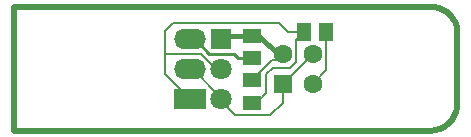
<source format=gbr>
G04 CAM350 V5.0 Date:  Thu Jan 12 17:07:54 2012 *
G04 Database: \\servidor\f\okg\19500\a19864.okg *
G04 Layer 1: Bottom *
%FSLAX44Y44*%
%MOIN*%
%SFA1.000B1.000*%

%MIA0B0*%
%IPPOS*%
%ADD10C,0.01000*%
%ADD11R,0.10600X0.06700*%
%ADD12C,0.00800*%
%ADD13C,0.01600*%
%ADD15R,0.05100X0.05900*%
%ADD16R,0.05900X0.05100*%
%ADD19R,0.07100X0.07100*%
%ADD70C,0.07100*%
%ADD71C,0.06300*%
%ADD20R,0.06300X0.06300*%
%ADD21O,0.10630X0.06690*%
%ADD30C,0.02000*%
%LNBottom*%
%SRX1Y1I0J0*%
G54D10*
%LPD*%
G54D16*
X7618Y2126D03*
G54D21*
X5546Y2772D03*
G54D15*
X9360Y3000D03*
G54D16*
X7618Y630D03*
G54D11*
X5546Y772D03*
G54D15*
X10108Y3000D03*
G54D21*
X5546Y1772D03*
G54D16*
X7618Y2874D03*
Y1378D03*
G54D70*
X6581Y1772D03*
G54D71*
X9643Y1272D03*
G54D70*
X6581Y772D03*
G54D20*
X8643Y1272D03*
G54D71*
X9643Y2272D03*
G54D19*
X6581Y2772D03*
G54D71*
X8643Y2272D03*
G54D30*
X-300Y0D02*
G01Y-300D01*
X13590*
X13740Y-290*
X13890Y-240*
X14040Y-170*
X14160Y-80*
X14280Y50*
X14430Y310*
X14460Y470*
X14470Y570*
Y2960*
X14460Y3120*
X14410Y3280*
X14340Y3410*
X14250Y3540*
X14120Y3650*
X14000Y3730*
X13860Y3790*
X13690Y3840*
X-300*
Y0*
G54D10*
X7618Y2126D02*
G01X7166D01*
X7029Y2264*
X6195*
X5546Y2913*
Y2772*
G54D12*
X6581Y1772D02*
G01X6426D01*
X5938Y2260*
X4718*
X7618Y630D02*
G01X7783D01*
X8108Y955*
Y1583*
X8315Y1790*
X8908*
X9098Y1980*
Y2738*
X9360Y3000*
X8818*
X8511Y3307*
X4985*
X4718Y3040*
Y2260*
Y1600*
X5546Y772*
X10108Y3000D02*
G01Y1737D01*
X9643Y1272*
Y2272D02*
G01X8643Y1272D01*
X5546Y1772D02*
G01X5581D01*
X8643Y1272D02*
G01Y640D01*
X8220Y217*
X7045*
X6512Y750*
X6581*
Y772*
X6636*
X5546Y1862*
Y1772*
X8643Y2272D02*
G01Y2303D01*
Y2085*
Y2050*
X8290*
X7618Y1378*
G54D13*
X8643Y2303D02*
G01Y2085D01*
X7737Y2992*
X7618*
Y2874*
X6683*
X6581Y2772*
M02*

</source>
